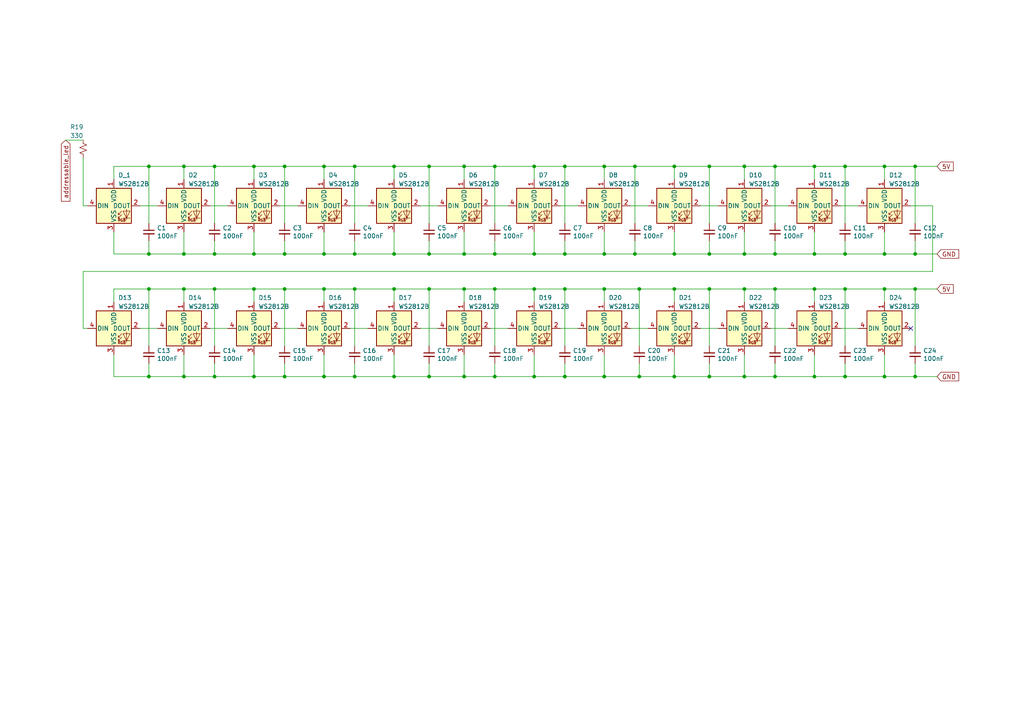
<source format=kicad_sch>
(kicad_sch (version 20211123) (generator eeschema)
  (paper "A4")
  (lib_symbols
    (symbol "Device:C_Small" (pin_numbers hide) (pin_names (offset 0.254) hide)
      (property "Reference" "C" (at 0.254 1.778 0))
      (property "Value" "C_Small" (at 0.254 -2.032 0))
      (symbol "C_Small_0_1"
        (polyline (pts (xy -1.524 -0.508) (xy 1.524 -0.508)) (stroke (width 0.3302)))
        (polyline (pts (xy -1.524 0.508) (xy 1.524 0.508)) (stroke (width 0.3048)))
      )
      (symbol "C_Small_1_1"
        (pin passive line (at 0 2.54 270) (length 2.032) (name "~") (number "1"))
        (pin passive line (at 0 -2.54 90) (length 2.032) (name "~") (number "2"))
      )
    )
    (symbol "Device:R_Small_US" (pin_numbers hide) (pin_names (offset 0.254) hide)
      (property "Reference" "R" (at 0.762 0.508 0))
      (property "Value" "R_Small_US" (at 0.762 -1.016 0))
      (symbol "R_Small_US_1_1"
        (polyline (pts (xy 0 0) (xy 1.016 -0.381) (xy 0 -0.762) (xy -1.016 -1.143) (xy 0 -1.524)))
        (polyline (pts (xy 0 1.524) (xy 1.016 1.143) (xy 0 0.762) (xy -1.016 0.381) (xy 0 0)))
        (pin passive line (at 0 2.54 270) (length 1.016) (name "~") (number "1"))
        (pin passive line (at 0 -2.54 90) (length 1.016) (name "~") (number "2"))
      )
    )
    (symbol "LED:WS2812B" (pin_names (offset 0.254))
      (property "Reference" "D" (at 5.08 5.715 0))
      (property "Value" "WS2812B" (at 1.27 -5.715 0))
      (symbol "WS2812B_0_0"
        (text "RGB" (at 2.286 -4.191 0) (effects (font (size 0.762 0.762))))
      )
      (symbol "WS2812B_0_1"
        (polyline (pts (xy 1.27 -3.556) (xy 1.778 -3.556)))
        (polyline (pts (xy 1.27 -2.54) (xy 1.778 -2.54)))
        (polyline (pts (xy 4.699 -3.556) (xy 2.667 -3.556)))
        (polyline (pts (xy 2.286 -2.54) (xy 1.27 -3.556) (xy 1.27 -3.048)))
        (polyline (pts (xy 2.286 -1.524) (xy 1.27 -2.54) (xy 1.27 -2.032)))
        (polyline (pts (xy 3.683 -1.016) (xy 3.683 -3.556) (xy 3.683 -4.064)))
        (polyline (pts (xy 4.699 -1.524) (xy 2.667 -1.524) (xy 3.683 -3.556) (xy 4.699 -1.524)))
        (rectangle (start 5.08 5.08) (end -5.08 -5.08) (stroke (width 0.254)) (fill (type background)))
      )
      (symbol "WS2812B_1_1"
        (pin power_in line (at 0 7.62 270) (length 2.54) (name "VDD") (number "1"))
        (pin output line (at 7.62 0 180) (length 2.54) (name "DOUT") (number "2"))
        (pin power_in line (at 0 -7.62 90) (length 2.54) (name "VSS") (number "3"))
        (pin input line (at -7.62 0 0) (length 2.54) (name "DIN") (number "4"))
      )
    )
  )
  (junction (at 215.9 83.82))
  (junction (at 205.74 83.82))
  (junction (at 265.43 83.82))
  (junction (at 143.51 73.66))
  (junction (at 43.18 109.22))
  (junction (at 62.23 73.66))
  (junction (at 73.66 83.82))
  (junction (at 224.79 109.22))
  (junction (at 143.51 48.26))
  (junction (at 175.26 83.82))
  (junction (at 175.26 48.26))
  (junction (at 143.51 109.22))
  (junction (at 205.74 109.22))
  (junction (at 114.3 48.26))
  (junction (at 124.46 48.26))
  (junction (at 215.9 48.26))
  (junction (at 256.54 73.66))
  (junction (at 62.23 48.26))
  (junction (at 154.94 73.66))
  (junction (at 124.46 73.66))
  (junction (at 215.9 109.22))
  (junction (at 73.66 73.66))
  (junction (at 185.42 83.82))
  (junction (at 124.46 109.22))
  (junction (at 195.58 73.66))
  (junction (at 102.87 73.66))
  (junction (at 205.74 73.66))
  (junction (at 114.3 83.82))
  (junction (at 236.22 83.82))
  (junction (at 224.79 73.66))
  (junction (at 53.34 48.26))
  (junction (at 154.94 48.26))
  (junction (at 102.87 48.26))
  (junction (at 73.66 109.22))
  (junction (at 53.34 109.22))
  (junction (at 265.43 109.22))
  (junction (at 82.55 48.26))
  (junction (at 143.51 83.82))
  (junction (at 205.74 48.26))
  (junction (at 62.23 109.22))
  (junction (at 93.98 73.66))
  (junction (at 224.79 48.26))
  (junction (at 163.83 48.26))
  (junction (at 195.58 109.22))
  (junction (at 134.62 109.22))
  (junction (at 195.58 48.26))
  (junction (at 53.34 83.82))
  (junction (at 114.3 73.66))
  (junction (at 184.15 48.26))
  (junction (at 154.94 109.22))
  (junction (at 102.87 83.82))
  (junction (at 245.11 73.66))
  (junction (at 53.34 73.66))
  (junction (at 175.26 109.22))
  (junction (at 43.18 83.82))
  (junction (at 93.98 83.82))
  (junction (at 256.54 109.22))
  (junction (at 265.43 48.26))
  (junction (at 93.98 48.26))
  (junction (at 195.58 83.82))
  (junction (at 154.94 83.82))
  (junction (at 265.43 73.66))
  (junction (at 62.23 83.82))
  (junction (at 163.83 83.82))
  (junction (at 184.15 73.66))
  (junction (at 256.54 48.26))
  (junction (at 245.11 48.26))
  (junction (at 43.18 48.26))
  (junction (at 134.62 73.66))
  (junction (at 236.22 73.66))
  (junction (at 124.46 83.82))
  (junction (at 236.22 109.22))
  (junction (at 215.9 73.66))
  (junction (at 163.83 73.66))
  (junction (at 134.62 83.82))
  (junction (at 256.54 83.82))
  (junction (at 43.18 73.66))
  (junction (at 163.83 109.22))
  (junction (at 114.3 109.22))
  (junction (at 82.55 109.22))
  (junction (at 245.11 109.22))
  (junction (at 245.11 83.82))
  (junction (at 102.87 109.22))
  (junction (at 185.42 109.22))
  (junction (at 224.79 83.82))
  (junction (at 82.55 83.82))
  (junction (at 134.62 48.26))
  (junction (at 82.55 73.66))
  (junction (at 236.22 48.26))
  (junction (at 93.98 109.22))
  (junction (at 175.26 73.66))
  (junction (at 73.66 48.26))
  (no_connect (at 264.16 95.25))
  (wire (pts (xy 163.83 109.22) (xy 175.26 109.22)))
  (wire (pts (xy 256.54 83.82) (xy 256.54 87.63)))
  (wire (pts (xy 163.83 105.41) (xy 163.83 109.22)))
  (wire (pts (xy 60.96 95.25) (xy 66.04 95.25)))
  (wire (pts (xy 53.34 87.63) (xy 53.34 83.82)))
  (wire (pts (xy 53.34 52.07) (xy 53.34 48.26)))
  (wire (pts (xy 215.9 109.22) (xy 224.79 109.22)))
  (wire (pts (xy 114.3 52.07) (xy 114.3 48.26)))
  (wire (pts (xy 163.83 100.33) (xy 163.83 83.82)))
  (wire (pts (xy 82.55 100.33) (xy 82.55 83.82)))
  (wire (pts (xy 256.54 48.26) (xy 256.54 52.07)))
  (wire (pts (xy 73.66 52.07) (xy 73.66 48.26)))
  (wire (pts (xy 195.58 83.82) (xy 205.74 83.82)))
  (wire (pts (xy 154.94 109.22) (xy 163.83 109.22)))
  (wire (pts (xy 205.74 64.77) (xy 205.74 48.26)))
  (wire (pts (xy 205.74 109.22) (xy 215.9 109.22)))
  (wire (pts (xy 102.87 48.26) (xy 114.3 48.26)))
  (wire (pts (xy 185.42 109.22) (xy 195.58 109.22)))
  (wire (pts (xy 215.9 67.31) (xy 215.9 73.66)))
  (wire (pts (xy 236.22 67.31) (xy 236.22 73.66)))
  (wire (pts (xy 224.79 83.82) (xy 236.22 83.82)))
  (wire (pts (xy 43.18 48.26) (xy 53.34 48.26)))
  (wire (pts (xy 265.43 64.77) (xy 265.43 48.26)))
  (wire (pts (xy 265.43 69.85) (xy 265.43 73.66)))
  (wire (pts (xy 53.34 67.31) (xy 53.34 73.66)))
  (wire (pts (xy 43.18 64.77) (xy 43.18 48.26)))
  (wire (pts (xy 82.55 73.66) (xy 93.98 73.66)))
  (wire (pts (xy 43.18 69.85) (xy 43.18 73.66)))
  (wire (pts (xy 73.66 102.87) (xy 73.66 109.22)))
  (wire (pts (xy 163.83 69.85) (xy 163.83 73.66)))
  (wire (pts (xy 53.34 83.82) (xy 62.23 83.82)))
  (wire (pts (xy 215.9 87.63) (xy 215.9 83.82)))
  (wire (pts (xy 121.92 59.69) (xy 127 59.69)))
  (wire (pts (xy 185.42 100.33) (xy 185.42 83.82)))
  (wire (pts (xy 205.74 105.41) (xy 205.74 109.22)))
  (wire (pts (xy 236.22 48.26) (xy 245.11 48.26)))
  (wire (pts (xy 53.34 109.22) (xy 62.23 109.22)))
  (wire (pts (xy 270.51 59.69) (xy 270.51 78.74)))
  (wire (pts (xy 205.74 69.85) (xy 205.74 73.66)))
  (wire (pts (xy 60.96 59.69) (xy 66.04 59.69)))
  (wire (pts (xy 162.56 95.25) (xy 167.64 95.25)))
  (wire (pts (xy 224.79 48.26) (xy 236.22 48.26)))
  (wire (pts (xy 93.98 87.63) (xy 93.98 83.82)))
  (wire (pts (xy 185.42 83.82) (xy 195.58 83.82)))
  (wire (pts (xy 215.9 73.66) (xy 224.79 73.66)))
  (wire (pts (xy 215.9 102.87) (xy 215.9 109.22)))
  (wire (pts (xy 33.02 52.07) (xy 33.02 48.26)))
  (wire (pts (xy 256.54 109.22) (xy 265.43 109.22)))
  (wire (pts (xy 205.74 48.26) (xy 215.9 48.26)))
  (wire (pts (xy 256.54 48.26) (xy 265.43 48.26)))
  (wire (pts (xy 19.05 40.64) (xy 24.13 40.64)))
  (wire (pts (xy 223.52 95.25) (xy 228.6 95.25)))
  (wire (pts (xy 43.18 109.22) (xy 53.34 109.22)))
  (wire (pts (xy 62.23 64.77) (xy 62.23 48.26)))
  (wire (pts (xy 134.62 73.66) (xy 143.51 73.66)))
  (wire (pts (xy 93.98 48.26) (xy 102.87 48.26)))
  (wire (pts (xy 256.54 73.66) (xy 256.54 67.31)))
  (wire (pts (xy 143.51 83.82) (xy 154.94 83.82)))
  (wire (pts (xy 40.64 59.69) (xy 45.72 59.69)))
  (wire (pts (xy 114.3 48.26) (xy 124.46 48.26)))
  (wire (pts (xy 184.15 73.66) (xy 195.58 73.66)))
  (wire (pts (xy 175.26 73.66) (xy 184.15 73.66)))
  (wire (pts (xy 185.42 105.41) (xy 185.42 109.22)))
  (wire (pts (xy 81.28 59.69) (xy 86.36 59.69)))
  (wire (pts (xy 53.34 73.66) (xy 62.23 73.66)))
  (wire (pts (xy 264.16 59.69) (xy 270.51 59.69)))
  (wire (pts (xy 82.55 105.41) (xy 82.55 109.22)))
  (wire (pts (xy 175.26 48.26) (xy 184.15 48.26)))
  (wire (pts (xy 102.87 73.66) (xy 114.3 73.66)))
  (wire (pts (xy 236.22 52.07) (xy 236.22 48.26)))
  (wire (pts (xy 143.51 109.22) (xy 154.94 109.22)))
  (wire (pts (xy 43.18 83.82) (xy 53.34 83.82)))
  (wire (pts (xy 73.66 109.22) (xy 82.55 109.22)))
  (wire (pts (xy 195.58 73.66) (xy 205.74 73.66)))
  (wire (pts (xy 224.79 64.77) (xy 224.79 48.26)))
  (wire (pts (xy 62.23 109.22) (xy 73.66 109.22)))
  (wire (pts (xy 195.58 52.07) (xy 195.58 48.26)))
  (wire (pts (xy 265.43 73.66) (xy 271.78 73.66)))
  (wire (pts (xy 142.24 59.69) (xy 147.32 59.69)))
  (wire (pts (xy 73.66 73.66) (xy 82.55 73.66)))
  (wire (pts (xy 236.22 73.66) (xy 245.11 73.66)))
  (wire (pts (xy 114.3 109.22) (xy 124.46 109.22)))
  (wire (pts (xy 114.3 87.63) (xy 114.3 83.82)))
  (wire (pts (xy 245.11 64.77) (xy 245.11 48.26)))
  (wire (pts (xy 102.87 64.77) (xy 102.87 48.26)))
  (wire (pts (xy 154.94 48.26) (xy 163.83 48.26)))
  (wire (pts (xy 114.3 83.82) (xy 124.46 83.82)))
  (wire (pts (xy 245.11 48.26) (xy 256.54 48.26)))
  (wire (pts (xy 24.13 59.69) (xy 25.4 59.69)))
  (wire (pts (xy 236.22 109.22) (xy 245.11 109.22)))
  (wire (pts (xy 82.55 69.85) (xy 82.55 73.66)))
  (wire (pts (xy 124.46 48.26) (xy 134.62 48.26)))
  (wire (pts (xy 154.94 67.31) (xy 154.94 73.66)))
  (wire (pts (xy 175.26 83.82) (xy 185.42 83.82)))
  (wire (pts (xy 162.56 59.69) (xy 167.64 59.69)))
  (wire (pts (xy 24.13 78.74) (xy 24.13 95.25)))
  (wire (pts (xy 33.02 109.22) (xy 43.18 109.22)))
  (wire (pts (xy 143.51 69.85) (xy 143.51 73.66)))
  (wire (pts (xy 236.22 87.63) (xy 236.22 83.82)))
  (wire (pts (xy 114.3 67.31) (xy 114.3 73.66)))
  (wire (pts (xy 143.51 64.77) (xy 143.51 48.26)))
  (wire (pts (xy 134.62 67.31) (xy 134.62 73.66)))
  (wire (pts (xy 154.94 83.82) (xy 163.83 83.82)))
  (wire (pts (xy 93.98 73.66) (xy 102.87 73.66)))
  (wire (pts (xy 102.87 100.33) (xy 102.87 83.82)))
  (wire (pts (xy 24.13 45.72) (xy 24.13 59.69)))
  (wire (pts (xy 142.24 95.25) (xy 147.32 95.25)))
  (wire (pts (xy 40.64 95.25) (xy 45.72 95.25)))
  (wire (pts (xy 256.54 83.82) (xy 265.43 83.82)))
  (wire (pts (xy 62.23 73.66) (xy 73.66 73.66)))
  (wire (pts (xy 182.88 95.25) (xy 187.96 95.25)))
  (wire (pts (xy 163.83 83.82) (xy 175.26 83.82)))
  (wire (pts (xy 124.46 69.85) (xy 124.46 73.66)))
  (wire (pts (xy 175.26 102.87) (xy 175.26 109.22)))
  (wire (pts (xy 215.9 48.26) (xy 224.79 48.26)))
  (wire (pts (xy 236.22 83.82) (xy 245.11 83.82)))
  (wire (pts (xy 114.3 102.87) (xy 114.3 109.22)))
  (wire (pts (xy 195.58 67.31) (xy 195.58 73.66)))
  (wire (pts (xy 102.87 69.85) (xy 102.87 73.66)))
  (wire (pts (xy 143.51 100.33) (xy 143.51 83.82)))
  (wire (pts (xy 163.83 73.66) (xy 175.26 73.66)))
  (wire (pts (xy 134.62 87.63) (xy 134.62 83.82)))
  (wire (pts (xy 195.58 48.26) (xy 205.74 48.26)))
  (wire (pts (xy 236.22 102.87) (xy 236.22 109.22)))
  (wire (pts (xy 143.51 73.66) (xy 154.94 73.66)))
  (wire (pts (xy 102.87 109.22) (xy 114.3 109.22)))
  (wire (pts (xy 124.46 109.22) (xy 134.62 109.22)))
  (wire (pts (xy 243.84 59.69) (xy 248.92 59.69)))
  (wire (pts (xy 175.26 67.31) (xy 175.26 73.66)))
  (wire (pts (xy 154.94 52.07) (xy 154.94 48.26)))
  (wire (pts (xy 245.11 109.22) (xy 256.54 109.22)))
  (wire (pts (xy 102.87 83.82) (xy 114.3 83.82)))
  (wire (pts (xy 224.79 69.85) (xy 224.79 73.66)))
  (wire (pts (xy 205.74 73.66) (xy 215.9 73.66)))
  (wire (pts (xy 134.62 83.82) (xy 143.51 83.82)))
  (wire (pts (xy 203.2 59.69) (xy 208.28 59.69)))
  (wire (pts (xy 224.79 109.22) (xy 236.22 109.22)))
  (wire (pts (xy 154.94 73.66) (xy 163.83 73.66)))
  (wire (pts (xy 93.98 67.31) (xy 93.98 73.66)))
  (wire (pts (xy 205.74 100.33) (xy 205.74 83.82)))
  (wire (pts (xy 265.43 83.82) (xy 271.78 83.82)))
  (wire (pts (xy 184.15 48.26) (xy 195.58 48.26)))
  (wire (pts (xy 245.11 73.66) (xy 256.54 73.66)))
  (wire (pts (xy 265.43 105.41) (xy 265.43 109.22)))
  (wire (pts (xy 73.66 83.82) (xy 82.55 83.82)))
  (wire (pts (xy 163.83 48.26) (xy 175.26 48.26)))
  (wire (pts (xy 175.26 52.07) (xy 175.26 48.26)))
  (wire (pts (xy 81.28 95.25) (xy 86.36 95.25)))
  (wire (pts (xy 33.02 87.63) (xy 33.02 83.82)))
  (wire (pts (xy 33.02 102.87) (xy 33.02 109.22)))
  (wire (pts (xy 195.58 102.87) (xy 195.58 109.22)))
  (wire (pts (xy 224.79 100.33) (xy 224.79 83.82)))
  (wire (pts (xy 175.26 87.63) (xy 175.26 83.82)))
  (wire (pts (xy 215.9 52.07) (xy 215.9 48.26)))
  (wire (pts (xy 203.2 95.25) (xy 208.28 95.25)))
  (wire (pts (xy 224.79 73.66) (xy 236.22 73.66)))
  (wire (pts (xy 53.34 48.26) (xy 62.23 48.26)))
  (wire (pts (xy 205.74 83.82) (xy 215.9 83.82)))
  (wire (pts (xy 101.6 59.69) (xy 106.68 59.69)))
  (wire (pts (xy 143.51 105.41) (xy 143.51 109.22)))
  (wire (pts (xy 245.11 105.41) (xy 245.11 109.22)))
  (wire (pts (xy 195.58 87.63) (xy 195.58 83.82)))
  (wire (pts (xy 224.79 105.41) (xy 224.79 109.22)))
  (wire (pts (xy 134.62 102.87) (xy 134.62 109.22)))
  (wire (pts (xy 82.55 64.77) (xy 82.55 48.26)))
  (wire (pts (xy 43.18 73.66) (xy 53.34 73.66)))
  (wire (pts (xy 73.66 67.31) (xy 73.66 73.66)))
  (wire (pts (xy 124.46 105.41) (xy 124.46 109.22)))
  (wire (pts (xy 62.23 105.41) (xy 62.23 109.22)))
  (wire (pts (xy 33.02 48.26) (xy 43.18 48.26)))
  (wire (pts (xy 62.23 83.82) (xy 73.66 83.82)))
  (wire (pts (xy 33.02 83.82) (xy 43.18 83.82)))
  (wire (pts (xy 265.43 100.33) (xy 265.43 83.82)))
  (wire (pts (xy 124.46 73.66) (xy 134.62 73.66)))
  (wire (pts (xy 184.15 69.85) (xy 184.15 73.66)))
  (wire (pts (xy 124.46 83.82) (xy 134.62 83.82)))
  (wire (pts (xy 265.43 109.22) (xy 271.78 109.22)))
  (wire (pts (xy 82.55 48.26) (xy 93.98 48.26)))
  (wire (pts (xy 256.54 73.66) (xy 265.43 73.66)))
  (wire (pts (xy 62.23 48.26) (xy 73.66 48.26)))
  (wire (pts (xy 195.58 109.22) (xy 205.74 109.22)))
  (wire (pts (xy 101.6 95.25) (xy 106.68 95.25)))
  (wire (pts (xy 245.11 83.82) (xy 256.54 83.82)))
  (wire (pts (xy 154.94 87.63) (xy 154.94 83.82)))
  (wire (pts (xy 143.51 48.26) (xy 154.94 48.26)))
  (wire (pts (xy 175.26 109.22) (xy 185.42 109.22)))
  (wire (pts (xy 102.87 105.41) (xy 102.87 109.22)))
  (wire (pts (xy 53.34 102.87) (xy 53.34 109.22)))
  (wire (pts (xy 245.11 69.85) (xy 245.11 73.66)))
  (wire (pts (xy 62.23 69.85) (xy 62.23 73.66)))
  (wire (pts (xy 182.88 59.69) (xy 187.96 59.69)))
  (wire (pts (xy 184.15 64.77) (xy 184.15 48.26)))
  (wire (pts (xy 33.02 67.31) (xy 33.02 73.66)))
  (wire (pts (xy 134.62 48.26) (xy 143.51 48.26)))
  (wire (pts (xy 270.51 78.74) (xy 24.13 78.74)))
  (wire (pts (xy 265.43 48.26) (xy 271.78 48.26)))
  (wire (pts (xy 93.98 83.82) (xy 102.87 83.82)))
  (wire (pts (xy 93.98 102.87) (xy 93.98 109.22)))
  (wire (pts (xy 33.02 73.66) (xy 43.18 73.66)))
  (wire (pts (xy 154.94 102.87) (xy 154.94 109.22)))
  (wire (pts (xy 82.55 83.82) (xy 93.98 83.82)))
  (wire (pts (xy 73.66 48.26) (xy 82.55 48.26)))
  (wire (pts (xy 124.46 100.33) (xy 124.46 83.82)))
  (wire (pts (xy 93.98 52.07) (xy 93.98 48.26)))
  (wire (pts (xy 93.98 109.22) (xy 102.87 109.22)))
  (wire (pts (xy 223.52 59.69) (xy 228.6 59.69)))
  (wire (pts (xy 215.9 83.82) (xy 224.79 83.82)))
  (wire (pts (xy 243.84 95.25) (xy 248.92 95.25)))
  (wire (pts (xy 134.62 109.22) (xy 143.51 109.22)))
  (wire (pts (xy 134.62 52.07) (xy 134.62 48.26)))
  (wire (pts (xy 73.66 87.63) (xy 73.66 83.82)))
  (wire (pts (xy 62.23 100.33) (xy 62.23 83.82)))
  (wire (pts (xy 114.3 73.66) (xy 124.46 73.66)))
  (wire (pts (xy 124.46 64.77) (xy 124.46 48.26)))
  (wire (pts (xy 82.55 109.22) (xy 93.98 109.22)))
  (wire (pts (xy 256.54 109.22) (xy 256.54 102.87)))
  (wire (pts (xy 24.13 95.25) (xy 25.4 95.25)))
  (wire (pts (xy 163.83 64.77) (xy 163.83 48.26)))
  (wire (pts (xy 43.18 105.41) (xy 43.18 109.22)))
  (wire (pts (xy 43.18 100.33) (xy 43.18 83.82)))
  (wire (pts (xy 245.11 100.33) (xy 245.11 83.82)))
  (wire (pts (xy 121.92 95.25) (xy 127 95.25)))
  (global_label "5V" (shape input) (at 271.78 48.26 0) (property "Intersheet References" "${INTERSHEET_REFS}" (effects hide)))
  (global_label "addressable_led" (shape input) (at 19.05 40.64 270) (property "Intersheet References" "${INTERSHEET_REFS}" (effects hide)))
  (global_label "5V" (shape input) (at 271.78 83.82 0) (property "Intersheet References" "${INTERSHEET_REFS}" (effects hide)))
  (global_label "GND" (shape input) (at 271.78 109.22 0) (property "Intersheet References" "${INTERSHEET_REFS}" (effects hide)))
  (global_label "GND" (shape input) (at 271.78 73.66 0) (property "Intersheet References" "${INTERSHEET_REFS}" (effects hide)))
  (symbol (lib_id "LED:WS2812B") (at 33.02 95.25 0) (unit 1)
    (property "Reference" "D13" (at 34.29 86.36 0) (effects (justify left)))
    (property "Value" "WS2812B" (at 34.29 88.9 0) (effects (justify left)))
    (property "Footprint" "LED_SMD:WS2812B-mini-V3-2" (effects hide))
    (property "Datasheet" "https://www.tme.eu/Document/01c0100fee68667af99767edc3a7fee2/WS2812B-MINI.pdf" (effects hide))
    (property "LCSC Part Number" "C114583" (effects hide))
    (property "LCSC" "C114583" (effects hide))
    (property "LCSC Part #" "C114583" (effects hide))
    (property "LCSC Part" "C527089" (effects hide))
  )
  (symbol (lib_id "LED:WS2812B") (at 53.34 95.25 0) (unit 1)
    (property "Reference" "D14" (at 54.61 86.36 0) (effects (justify left)))
    (property "Value" "WS2812B" (at 54.61 88.9 0) (effects (justify left)))
    (property "Footprint" "LED_SMD:WS2812B-mini-V3-2" (effects hide))
    (property "Datasheet" "https://www.tme.eu/Document/01c0100fee68667af99767edc3a7fee2/WS2812B-MINI.pdf" (effects hide))
    (property "LCSC Part Number" "C114583" (effects hide))
    (property "LCSC" "C114583" (effects hide))
    (property "LCSC Part #" "C114583" (effects hide))
    (property "LCSC Part" "C527089" (effects hide))
  )
  (symbol (lib_id "LED:WS2812B") (at 73.66 95.25 0) (unit 1)
    (property "Reference" "D15" (at 74.93 86.36 0) (effects (justify left)))
    (property "Value" "WS2812B" (at 74.93 88.9 0) (effects (justify left)))
    (property "Footprint" "LED_SMD:WS2812B-mini-V3-2" (effects hide))
    (property "Datasheet" "https://www.tme.eu/Document/01c0100fee68667af99767edc3a7fee2/WS2812B-MINI.pdf" (effects hide))
    (property "LCSC Part Number" "C114583" (effects hide))
    (property "LCSC" "C114583" (effects hide))
    (property "LCSC Part #" "C114583" (effects hide))
    (property "LCSC Part" "C527089" (effects hide))
  )
  (symbol (lib_id "LED:WS2812B") (at 93.98 95.25 0) (unit 1)
    (property "Reference" "D16" (at 95.25 86.36 0) (effects (justify left)))
    (property "Value" "WS2812B" (at 95.25 88.9 0) (effects (justify left)))
    (property "Footprint" "LED_SMD:WS2812B-mini-V3-2" (effects hide))
    (property "Datasheet" "https://www.tme.eu/Document/01c0100fee68667af99767edc3a7fee2/WS2812B-MINI.pdf" (effects hide))
    (property "LCSC Part Number" "C114583" (effects hide))
    (property "LCSC" "C114583" (effects hide))
    (property "LCSC Part #" "C114583" (effects hide))
    (property "LCSC Part" "C527089" (effects hide))
  )
  (symbol (lib_id "LED:WS2812B") (at 114.3 95.25 0) (unit 1)
    (property "Reference" "D17" (at 115.57 86.36 0) (effects (justify left)))
    (property "Value" "WS2812B" (at 115.57 88.9 0) (effects (justify left)))
    (property "Footprint" "LED_SMD:WS2812B-mini-V3-2" (effects hide))
    (property "Datasheet" "https://www.tme.eu/Document/01c0100fee68667af99767edc3a7fee2/WS2812B-MINI.pdf" (effects hide))
    (property "LCSC Part Number" "C114583" (effects hide))
    (property "LCSC" "C114583" (effects hide))
    (property "LCSC Part #" "C114583" (effects hide))
    (property "LCSC Part" "C527089" (effects hide))
  )
  (symbol (lib_id "LED:WS2812B") (at 134.62 95.25 0) (unit 1)
    (property "Reference" "D18" (at 135.89 86.36 0) (effects (justify left)))
    (property "Value" "WS2812B" (at 135.89 88.9 0) (effects (justify left)))
    (property "Footprint" "LED_SMD:WS2812B-mini-V3-2" (effects hide))
    (property "Datasheet" "https://www.tme.eu/Document/01c0100fee68667af99767edc3a7fee2/WS2812B-MINI.pdf" (effects hide))
    (property "LCSC Part Number" "C114583" (effects hide))
    (property "LCSC" "C114583" (effects hide))
    (property "LCSC Part #" "C114583" (effects hide))
    (property "LCSC Part" "C527089" (effects hide))
  )
  (symbol (lib_id "LED:WS2812B") (at 154.94 95.25 0) (unit 1)
    (property "Reference" "D19" (at 156.21 86.36 0) (effects (justify left)))
    (property "Value" "WS2812B" (at 156.21 88.9 0) (effects (justify left)))
    (property "Footprint" "LED_SMD:WS2812B-mini-V3-2" (effects hide))
    (property "Datasheet" "https://www.tme.eu/Document/01c0100fee68667af99767edc3a7fee2/WS2812B-MINI.pdf" (effects hide))
    (property "LCSC Part Number" "C114583" (effects hide))
    (property "LCSC" "C114583" (effects hide))
    (property "LCSC Part #" "C114583" (effects hide))
    (property "LCSC Part" "C527089" (effects hide))
  )
  (symbol (lib_id "LED:WS2812B") (at 175.26 95.25 0) (unit 1)
    (property "Reference" "D20" (at 176.53 86.36 0) (effects (justify left)))
    (property "Value" "WS2812B" (at 176.53 88.9 0) (effects (justify left)))
    (property "Footprint" "LED_SMD:WS2812B-mini-V3-2" (effects hide))
    (property "Datasheet" "https://www.tme.eu/Document/01c0100fee68667af99767edc3a7fee2/WS2812B-MINI.pdf" (effects hide))
    (property "LCSC Part Number" "C114583" (effects hide))
    (property "LCSC" "C114583" (effects hide))
    (property "LCSC Part #" "C114583" (effects hide))
    (property "LCSC Part" "C527089" (effects hide))
  )
  (symbol (lib_id "LED:WS2812B") (at 195.58 95.25 0) (unit 1)
    (property "Reference" "D21" (at 196.85 86.36 0) (effects (justify left)))
    (property "Value" "WS2812B" (at 196.85 88.9 0) (effects (justify left)))
    (property "Footprint" "LED_SMD:WS2812B-mini-V3-2" (effects hide))
    (property "Datasheet" "https://www.tme.eu/Document/01c0100fee68667af99767edc3a7fee2/WS2812B-MINI.pdf" (effects hide))
    (property "LCSC Part Number" "C114583" (effects hide))
    (property "LCSC" "C114583" (effects hide))
    (property "LCSC Part #" "C114583" (effects hide))
    (property "LCSC Part" "C527089" (effects hide))
  )
  (symbol (lib_id "LED:WS2812B") (at 215.9 95.25 0) (unit 1)
    (property "Reference" "D22" (at 217.17 86.36 0) (effects (justify left)))
    (property "Value" "WS2812B" (at 217.17 88.9 0) (effects (justify left)))
    (property "Footprint" "LED_SMD:WS2812B-mini-V3-2" (effects hide))
    (property "Datasheet" "https://www.tme.eu/Document/01c0100fee68667af99767edc3a7fee2/WS2812B-MINI.pdf" (effects hide))
    (property "LCSC Part Number" "C114583" (effects hide))
    (property "LCSC" "C114583" (effects hide))
    (property "LCSC Part #" "C114583" (effects hide))
    (property "LCSC Part" "C527089" (effects hide))
  )
  (symbol (lib_id "LED:WS2812B") (at 236.22 95.25 0) (unit 1)
    (property "Reference" "D23" (at 237.49 86.36 0) (effects (justify left)))
    (property "Value" "WS2812B" (at 237.49 88.9 0) (effects (justify left)))
    (property "Footprint" "LED_SMD:WS2812B-mini-V3-2" (effects hide))
    (property "Datasheet" "https://www.tme.eu/Document/01c0100fee68667af99767edc3a7fee2/WS2812B-MINI.pdf" (effects hide))
    (property "LCSC Part Number" "C114583" (effects hide))
    (property "LCSC" "C114583" (effects hide))
    (property "LCSC Part #" "C114583" (effects hide))
    (property "LCSC Part" "C527089" (effects hide))
  )
  (symbol (lib_id "LED:WS2812B") (at 256.54 95.25 0) (unit 1)
    (property "Reference" "D24" (at 257.81 86.36 0) (effects (justify left)))
    (property "Value" "WS2812B" (at 257.81 88.9 0) (effects (justify left)))
    (property "Footprint" "LED_SMD:WS2812B-mini-V3-2" (effects hide))
    (property "Datasheet" "https://www.tme.eu/Document/01c0100fee68667af99767edc3a7fee2/WS2812B-MINI.pdf" (effects hide))
    (property "LCSC Part Number" "C114583" (effects hide))
    (property "LCSC" "C114583" (effects hide))
    (property "LCSC Part #" "C114583" (effects hide))
    (property "LCSC Part" "C527089" (effects hide))
  )
  (symbol (lib_id "Device:C_Small") (at 43.18 102.87 0) (unit 1)
    (property "Reference" "C13" (at 45.5168 101.7016 0) (effects (justify left)))
    (property "Value" "100nF" (at 45.5168 104.013 0) (effects (justify left)))
    (property "Footprint" "Capacitor_SMD:C_0603_1608Metric" (effects hide))
    (property "LCSC Part Number" "C14663" (effects hide))
    (property "LCSC" "C14663" (effects hide))
    (property "LCSC Part #" "C14663" (effects hide))
    (property "LCSC Part" "C14663" (effects hide))
  )
  (symbol (lib_id "Device:C_Small") (at 62.23 102.87 0) (unit 1)
    (property "Reference" "C14" (at 64.5668 101.7016 0) (effects (justify left)))
    (property "Value" "100nF" (at 64.5668 104.013 0) (effects (justify left)))
    (property "Footprint" "Capacitor_SMD:C_0603_1608Metric" (effects hide))
    (property "LCSC Part Number" "C14663" (effects hide))
    (property "LCSC" "C14663" (effects hide))
    (property "LCSC Part #" "C14663" (effects hide))
    (property "LCSC Part" "C14663" (effects hide))
  )
  (symbol (lib_id "Device:C_Small") (at 82.55 102.87 0) (unit 1)
    (property "Reference" "C15" (at 84.8868 101.7016 0) (effects (justify left)))
    (property "Value" "100nF" (at 84.8868 104.013 0) (effects (justify left)))
    (property "Footprint" "Capacitor_SMD:C_0603_1608Metric" (effects hide))
    (property "LCSC Part Number" "C14663" (effects hide))
    (property "LCSC" "C14663" (effects hide))
    (property "LCSC Part #" "C14663" (effects hide))
    (property "LCSC Part" "C14663" (effects hide))
  )
  (symbol (lib_id "Device:C_Small") (at 102.87 102.87 0) (unit 1)
    (property "Reference" "C16" (at 105.2068 101.7016 0) (effects (justify left)))
    (property "Value" "100nF" (at 105.2068 104.013 0) (effects (justify left)))
    (property "Footprint" "Capacitor_SMD:C_0603_1608Metric" (effects hide))
    (property "LCSC Part Number" "C14663" (effects hide))
    (property "LCSC" "C14663" (effects hide))
    (property "LCSC Part #" "C14663" (effects hide))
    (property "LCSC Part" "C14663" (effects hide))
  )
  (symbol (lib_id "Device:C_Small") (at 124.46 102.87 0) (unit 1)
    (property "Reference" "C17" (at 126.7968 101.7016 0) (effects (justify left)))
    (property "Value" "100nF" (at 126.7968 104.013 0) (effects (justify left)))
    (property "Footprint" "Capacitor_SMD:C_0603_1608Metric" (effects hide))
    (property "LCSC Part Number" "C14663" (effects hide))
    (property "LCSC" "C14663" (effects hide))
    (property "LCSC Part #" "C14663" (effects hide))
    (property "LCSC Part" "C14663" (effects hide))
  )
  (symbol (lib_id "Device:C_Small") (at 143.51 102.87 0) (unit 1)
    (property "Reference" "C18" (at 145.8468 101.7016 0) (effects (justify left)))
    (property "Value" "100nF" (at 145.8468 104.013 0) (effects (justify left)))
    (property "Footprint" "Capacitor_SMD:C_0603_1608Metric" (effects hide))
    (property "LCSC Part Number" "C14663" (effects hide))
    (property "LCSC" "C14663" (effects hide))
    (property "LCSC Part #" "C14663" (effects hide))
    (property "LCSC Part" "C14663" (effects hide))
  )
  (symbol (lib_id "Device:C_Small") (at 163.83 102.87 0) (unit 1)
    (property "Reference" "C19" (at 166.1668 101.7016 0) (effects (justify left)))
    (property "Value" "100nF" (at 166.1668 104.013 0) (effects (justify left)))
    (property "Footprint" "Capacitor_SMD:C_0603_1608Metric" (effects hide))
    (property "LCSC Part Number" "C14663" (effects hide))
    (property "LCSC" "C14663" (effects hide))
    (property "LCSC Part #" "C14663" (effects hide))
    (property "LCSC Part" "C14663" (effects hide))
  )
  (symbol (lib_id "Device:C_Small") (at 185.42 102.87 0) (unit 1)
    (property "Reference" "C20" (at 187.7568 101.7016 0) (effects (justify left)))
    (property "Value" "100nF" (at 187.7568 104.013 0) (effects (justify left)))
    (property "Footprint" "Capacitor_SMD:C_0603_1608Metric" (effects hide))
    (property "LCSC Part Number" "C14663" (effects hide))
    (property "LCSC" "C14663" (effects hide))
    (property "LCSC Part #" "C14663" (effects hide))
    (property "LCSC Part" "C14663" (effects hide))
  )
  (symbol (lib_id "Device:C_Small") (at 205.74 102.87 0) (unit 1)
    (property "Reference" "C21" (at 208.0768 101.7016 0) (effects (justify left)))
    (property "Value" "100nF" (at 208.0768 104.013 0) (effects (justify left)))
    (property "Footprint" "Capacitor_SMD:C_0603_1608Metric" (effects hide))
    (property "LCSC Part Number" "C14663" (effects hide))
    (property "LCSC" "C14663" (effects hide))
    (property "LCSC Part #" "C14663" (effects hide))
    (property "LCSC Part" "C14663" (effects hide))
  )
  (symbol (lib_id "Device:C_Small") (at 224.79 102.87 0) (unit 1)
    (property "Reference" "C22" (at 227.1268 101.7016 0) (effects (justify left)))
    (property "Value" "100nF" (at 227.1268 104.013 0) (effects (justify left)))
    (property "Footprint" "Capacitor_SMD:C_0603_1608Metric" (effects hide))
    (property "LCSC Part Number" "C14663" (effects hide))
    (property "LCSC" "C14663" (effects hide))
    (property "LCSC Part #" "C14663" (effects hide))
    (property "LCSC Part" "C14663" (effects hide))
  )
  (symbol (lib_id "Device:C_Small") (at 245.11 102.87 0) (unit 1)
    (property "Reference" "C23" (at 247.4468 101.7016 0) (effects (justify left)))
    (property "Value" "100nF" (at 247.4468 104.013 0) (effects (justify left)))
    (property "Footprint" "Capacitor_SMD:C_0603_1608Metric" (effects hide))
    (property "LCSC Part Number" "C14663" (effects hide))
    (property "LCSC" "C14663" (effects hide))
    (property "LCSC Part #" "C14663" (effects hide))
    (property "LCSC Part" "C14663" (effects hide))
  )
  (symbol (lib_id "Device:C_Small") (at 265.43 102.87 0) (unit 1)
    (property "Reference" "C24" (at 267.7668 101.7016 0) (effects (justify left)))
    (property "Value" "100nF" (at 267.7668 104.013 0) (effects (justify left)))
    (property "Footprint" "Capacitor_SMD:C_0603_1608Metric" (effects hide))
    (property "LCSC Part Number" "C14663" (effects hide))
    (property "LCSC" "C14663" (effects hide))
    (property "LCSC Part #" "C14663" (effects hide))
    (property "LCSC Part" "C14663" (effects hide))
  )
  (symbol (lib_id "Device:R_Small_US") (at 24.13 43.18 0) (unit 1)
    (property "Reference" "R19" (at 20.32 36.83 0) (effects (justify left)))
    (property "Value" "330" (at 20.32 39.37 0) (effects (justify left)))
    (property "Footprint" "Resistor_SMD:R_0603_1608Metric" (effects hide))
    (property "LCSC Part Number" "C23138" (effects hide))
    (property "LCSC" "C23138" (effects hide))
    (property "LCSC Part #" "C23138" (effects hide))
    (property "LCSC Part" "C23138" (effects hide))
  )
  (symbol (lib_id "LED:WS2812B") (at 33.02 59.69 0) (unit 1)
    (property "Reference" "D_1" (at 34.29 50.8 0) (effects (justify left)))
    (property "Value" "WS2812B" (at 34.29 53.34 0) (effects (justify left)))
    (property "Footprint" "LED_SMD:WS2812B-mini-V3" (effects hide))
    (property "Datasheet" "https://www.tme.eu/Document/01c0100fee68667af99767edc3a7fee2/WS2812B-MINI.pdf" (effects hide))
    (property "LCSC Part Number" "C114583" (effects hide))
    (property "LCSC" "C114583" (effects hide))
    (property "LCSC Part #" "C114583" (effects hide))
    (property "LCSC Part" "C527089" (effects hide))
  )
  (symbol (lib_id "LED:WS2812B") (at 53.34 59.69 0) (unit 1)
    (property "Reference" "D2" (at 54.61 50.8 0) (effects (justify left)))
    (property "Value" "WS2812B" (at 54.61 53.34 0) (effects (justify left)))
    (property "Footprint" "LED_SMD:WS2812B-mini-V3-2" (effects hide))
    (property "Datasheet" "https://www.tme.eu/Document/01c0100fee68667af99767edc3a7fee2/WS2812B-MINI.pdf" (effects hide))
    (property "LCSC Part Number" "C114583" (effects hide))
    (property "LCSC" "C114583" (effects hide))
    (property "LCSC Part #" "C114583" (effects hide))
    (property "LCSC Part" "C527089" (effects hide))
  )
  (symbol (lib_id "LED:WS2812B") (at 73.66 59.69 0) (unit 1)
    (property "Reference" "D3" (at 74.93 50.8 0) (effects (justify left)))
    (property "Value" "WS2812B" (at 74.93 53.34 0) (effects (justify left)))
    (property "Footprint" "LED_SMD:WS2812B-mini-V3-2" (effects hide))
    (property "Datasheet" "https://www.tme.eu/Document/01c0100fee68667af99767edc3a7fee2/WS2812B-MINI.pdf" (effects hide))
    (property "LCSC Part Number" "C114583" (effects hide))
    (property "LCSC" "C114583" (effects hide))
    (property "LCSC Part #" "C114583" (effects hide))
    (property "LCSC Part" "C527089" (effects hide))
  )
  (symbol (lib_id "LED:WS2812B") (at 93.98 59.69 0) (unit 1)
    (property "Reference" "D4" (at 95.25 50.8 0) (effects (justify left)))
    (property "Value" "WS2812B" (at 95.25 53.34 0) (effects (justify left)))
    (property "Footprint" "LED_SMD:WS2812B-mini-V3-2" (effects hide))
    (property "Datasheet" "https://www.tme.eu/Document/01c0100fee68667af99767edc3a7fee2/WS2812B-MINI.pdf" (effects hide))
    (property "LCSC Part Number" "C114583" (effects hide))
    (property "LCSC" "C114583" (effects hide))
    (property "LCSC Part #" "C114583" (effects hide))
    (property "LCSC Part" "C527089" (effects hide))
  )
  (symbol (lib_id "LED:WS2812B") (at 114.3 59.69 0) (unit 1)
    (property "Reference" "D5" (at 115.57 50.8 0) (effects (justify left)))
    (property "Value" "WS2812B" (at 115.57 53.34 0) (effects (justify left)))
    (property "Footprint" "LED_SMD:WS2812B-mini-V3-2" (effects hide))
    (property "Datasheet" "https://www.tme.eu/Document/01c0100fee68667af99767edc3a7fee2/WS2812B-MINI.pdf" (effects hide))
    (property "LCSC Part Number" "C114583" (effects hide))
    (property "LCSC" "C114583" (effects hide))
    (property "LCSC Part #" "C114583" (effects hide))
    (property "LCSC Part" "C527089" (effects hide))
  )
  (symbol (lib_id "LED:WS2812B") (at 134.62 59.69 0) (unit 1)
    (property "Reference" "D6" (at 135.89 50.8 0) (effects (justify left)))
    (property "Value" "WS2812B" (at 135.89 53.34 0) (effects (justify left)))
    (property "Footprint" "LED_SMD:WS2812B-mini-V3-2" (effects hide))
    (property "Datasheet" "https://www.tme.eu/Document/01c0100fee68667af99767edc3a7fee2/WS2812B-MINI.pdf" (effects hide))
    (property "LCSC Part Number" "C114583" (effects hide))
    (property "LCSC" "C114583" (effects hide))
    (property "LCSC Part #" "C114583" (effects hide))
    (property "LCSC Part" "C527089" (effects hide))
  )
  (symbol (lib_id "LED:WS2812B") (at 154.94 59.69 0) (unit 1)
    (property "Reference" "D7" (at 156.21 50.8 0) (effects (justify left)))
    (property "Value" "WS2812B" (at 156.21 53.34 0) (effects (justify left)))
    (property "Footprint" "LED_SMD:WS2812B-mini-V3-2" (effects hide))
    (property "Datasheet" "https://www.tme.eu/Document/01c0100fee68667af99767edc3a7fee2/WS2812B-MINI.pdf" (effects hide))
    (property "LCSC Part Number" "C114583" (effects hide))
    (property "LCSC" "C114583" (effects hide))
    (property "LCSC Part #" "C114583" (effects hide))
    (property "LCSC Part" "C527089" (effects hide))
  )
  (symbol (lib_id "LED:WS2812B") (at 175.26 59.69 0) (unit 1)
    (property "Reference" "D8" (at 176.53 50.8 0) (effects (justify left)))
    (property "Value" "WS2812B" (at 176.53 53.34 0) (effects (justify left)))
    (property "Footprint" "LED_SMD:WS2812B-mini-V3-2" (effects hide))
    (property "Datasheet" "https://www.tme.eu/Document/01c0100fee68667af99767edc3a7fee2/WS2812B-MINI.pdf" (effects hide))
    (property "LCSC Part Number" "C114583" (effects hide))
    (property "LCSC" "C114583" (effects hide))
    (property "LCSC Part #" "C114583" (effects hide))
    (property "LCSC Part" "C527089" (effects hide))
  )
  (symbol (lib_id "LED:WS2812B") (at 195.58 59.69 0) (unit 1)
    (property "Reference" "D9" (at 196.85 50.8 0) (effects (justify left)))
    (property "Value" "WS2812B" (at 196.85 53.34 0) (effects (justify left)))
    (property "Footprint" "LED_SMD:WS2812B-mini-V3-2" (effects hide))
    (property "Datasheet" "https://www.tme.eu/Document/01c0100fee68667af99767edc3a7fee2/WS2812B-MINI.pdf" (effects hide))
    (property "LCSC Part Number" "C114583" (effects hide))
    (property "LCSC" "C114583" (effects hide))
    (property "LCSC Part #" "C114583" (effects hide))
    (property "LCSC Part" "C527089" (effects hide))
  )
  (symbol (lib_id "LED:WS2812B") (at 215.9 59.69 0) (unit 1)
    (property "Reference" "D10" (at 217.17 50.8 0) (effects (justify left)))
    (property "Value" "WS2812B" (at 217.17 53.34 0) (effects (justify left)))
    (property "Footprint" "LED_SMD:WS2812B-mini-V3-2" (effects hide))
    (property "Datasheet" "https://www.tme.eu/Document/01c0100fee68667af99767edc3a7fee2/WS2812B-MINI.pdf" (effects hide))
    (property "LCSC Part Number" "C114583" (effects hide))
    (property "LCSC" "C114583" (effects hide))
    (property "LCSC Part #" "C114583" (effects hide))
    (property "LCSC Part" "C527089" (effects hide))
  )
  (symbol (lib_id "LED:WS2812B") (at 236.22 59.69 0) (unit 1)
    (property "Reference" "D11" (at 237.49 50.8 0) (effects (justify left)))
    (property "Value" "WS2812B" (at 237.49 53.34 0) (effects (justify left)))
    (property "Footprint" "LED_SMD:WS2812B-mini-V3-2" (effects hide))
    (property "Datasheet" "https://www.tme.eu/Document/01c0100fee68667af99767edc3a7fee2/WS2812B-MINI.pdf" (effects hide))
    (property "LCSC Part Number" "C114583" (effects hide))
    (property "LCSC" "C114583" (effects hide))
    (property "LCSC Part #" "C114583" (effects hide))
    (property "LCSC Part" "C527089" (effects hide))
  )
  (symbol (lib_id "LED:WS2812B") (at 256.54 59.69 0) (unit 1)
    (property "Reference" "D12" (at 257.81 50.8 0) (effects (justify left)))
    (property "Value" "WS2812B" (at 257.81 53.34 0) (effects (justify left)))
    (property "Footprint" "LED_SMD:WS2812B-mini-V3-2" (effects hide))
    (property "Datasheet" "https://www.tme.eu/Document/01c0100fee68667af99767edc3a7fee2/WS2812B-MINI.pdf" (effects hide))
    (property "LCSC Part Number" "C114583" (effects hide))
    (property "LCSC" "C114583" (effects hide))
    (property "LCSC Part #" "C114583" (effects hide))
    (property "LCSC Part" "C527089" (effects hide))
  )
  (symbol (lib_id "Device:C_Small") (at 43.18 67.31 0) (unit 1)
    (property "Reference" "C1" (at 45.5168 66.1416 0) (effects (justify left)))
    (property "Value" "100nF" (at 45.5168 68.453 0) (effects (justify left)))
    (property "Footprint" "Capacitor_SMD:C_0603_1608Metric" (effects hide))
    (property "LCSC Part Number" "C14663" (effects hide))
    (property "LCSC" "C14663" (effects hide))
    (property "LCSC Part #" "C14663" (effects hide))
    (property "LCSC Part" "C14663" (effects hide))
  )
  (symbol (lib_id "Device:C_Small") (at 62.23 67.31 0) (unit 1)
    (property "Reference" "C2" (at 64.5668 66.1416 0) (effects (justify left)))
    (property "Value" "100nF" (at 64.5668 68.453 0) (effects (justify left)))
    (property "Footprint" "Capacitor_SMD:C_0603_1608Metric" (effects hide))
    (property "LCSC Part Number" "C14663" (effects hide))
    (property "LCSC" "C14663" (effects hide))
    (property "LCSC Part #" "C14663" (effects hide))
    (property "LCSC Part" "C14663" (effects hide))
  )
  (symbol (lib_id "Device:C_Small") (at 82.55 67.31 0) (unit 1)
    (property "Reference" "C3" (at 84.8868 66.1416 0) (effects (justify left)))
    (property "Value" "100nF" (at 84.8868 68.453 0) (effects (justify left)))
    (property "Footprint" "Capacitor_SMD:C_0603_1608Metric" (effects hide))
    (property "LCSC Part Number" "C14663" (effects hide))
    (property "LCSC" "C14663" (effects hide))
    (property "LCSC Part #" "C14663" (effects hide))
    (property "LCSC Part" "C14663" (effects hide))
  )
  (symbol (lib_id "Device:C_Small") (at 102.87 67.31 0) (unit 1)
    (property "Reference" "C4" (at 105.2068 66.1416 0) (effects (justify left)))
    (property "Value" "100nF" (at 105.2068 68.453 0) (effects (justify left)))
    (property "Footprint" "Capacitor_SMD:C_0603_1608Metric" (effects hide))
    (property "LCSC Part Number" "C14663" (effects hide))
    (property "LCSC" "C14663" (effects hide))
    (property "LCSC Part #" "C14663" (effects hide))
    (property "LCSC Part" "C14663" (effects hide))
  )
  (symbol (lib_id "Device:C_Small") (at 124.46 67.31 0) (unit 1)
    (property "Reference" "C5" (at 126.7968 66.1416 0) (effects (justify left)))
    (property "Value" "100nF" (at 126.7968 68.453 0) (effects (justify left)))
    (property "Footprint" "Capacitor_SMD:C_0603_1608Metric" (effects hide))
    (property "LCSC Part Number" "C14663" (effects hide))
    (property "LCSC" "C14663" (effects hide))
    (property "LCSC Part #" "C14663" (effects hide))
    (property "LCSC Part" "C14663" (effects hide))
  )
  (symbol (lib_id "Device:C_Small") (at 143.51 67.31 0) (unit 1)
    (property "Reference" "C6" (at 145.8468 66.1416 0) (effects (justify left)))
    (property "Value" "100nF" (at 145.8468 68.453 0) (effects (justify left)))
    (property "Footprint" "Capacitor_SMD:C_0603_1608Metric" (effects hide))
    (property "LCSC Part Number" "C14663" (effects hide))
    (property "LCSC" "C14663" (effects hide))
    (property "LCSC Part #" "C14663" (effects hide))
    (property "LCSC Part" "C14663" (effects hide))
  )
  (symbol (lib_id "Device:C_Small") (at 163.83 67.31 0) (unit 1)
    (property "Reference" "C7" (at 166.1668 66.1416 0) (effects (justify left)))
    (property "Value" "100nF" (at 166.1668 68.453 0) (effects (justify left)))
    (property "Footprint" "Capacitor_SMD:C_0603_1608Metric" (effects hide))
    (property "LCSC Part Number" "C14663" (effects hide))
    (property "LCSC" "C14663" (effects hide))
    (property "LCSC Part #" "C14663" (effects hide))
    (property "LCSC Part" "C14663" (effects hide))
  )
  (symbol (lib_id "Device:C_Small") (at 184.15 67.31 0) (unit 1)
    (property "Reference" "C8" (at 186.4868 66.1416 0) (effects (justify left)))
    (property "Value" "100nF" (at 186.4868 68.453 0) (effects (justify left)))
    (property "Footprint" "Capacitor_SMD:C_0603_1608Metric" (effects hide))
    (property "LCSC Part Number" "C14663" (effects hide))
    (property "LCSC" "C14663" (effects hide))
    (property "LCSC Part #" "C14663" (effects hide))
    (property "LCSC Part" "C14663" (effects hide))
  )
  (symbol (lib_id "Device:C_Small") (at 205.74 67.31 0) (unit 1)
    (property "Reference" "C9" (at 208.0768 66.1416 0) (effects (justify left)))
    (property "Value" "100nF" (at 208.0768 68.453 0) (effects (justify left)))
    (property "Footprint" "Capacitor_SMD:C_0603_1608Metric" (effects hide))
    (property "LCSC Part Number" "C14663" (effects hide))
    (property "LCSC" "C14663" (effects hide))
    (property "LCSC Part #" "C14663" (effects hide))
    (property "LCSC Part" "C14663" (effects hide))
  )
  (symbol (lib_id "Device:C_Small") (at 224.79 67.31 0) (unit 1)
    (property "Reference" "C10" (at 227.1268 66.1416 0) (effects (justify left)))
    (property "Value" "100nF" (at 227.1268 68.453 0) (effects (justify left)))
    (property "Footprint" "Capacitor_SMD:C_0603_1608Metric" (effects hide))
    (property "LCSC Part Number" "C14663" (effects hide))
    (property "LCSC" "C14663" (effects hide))
    (property "LCSC Part #" "C14663" (effects hide))
    (property "LCSC Part" "C14663" (effects hide))
  )
  (symbol (lib_id "Device:C_Small") (at 245.11 67.31 0) (unit 1)
    (property "Reference" "C11" (at 247.4468 66.1416 0) (effects (justify left)))
    (property "Value" "100nF" (at 247.4468 68.453 0) (effects (justify left)))
    (property "Footprint" "Capacitor_SMD:C_0603_1608Metric" (effects hide))
    (property "LCSC Part Number" "C14663" (effects hide))
    (property "LCSC" "C14663" (effects hide))
    (property "LCSC Part #" "C14663" (effects hide))
    (property "LCSC Part" "C14663" (effects hide))
  )
  (symbol (lib_id "Device:C_Small") (at 265.43 67.31 0) (unit 1)
    (property "Reference" "C12" (at 267.7668 66.1416 0) (effects (justify left)))
    (property "Value" "100nF" (at 267.7668 68.453 0) (effects (justify left)))
    (property "Footprint" "Capacitor_SMD:C_0603_1608Metric" (effects hide))
    (property "LCSC Part Number" "C14663" (effects hide))
    (property "LCSC" "C14663" (effects hide))
    (property "LCSC Part #" "C14663" (effects hide))
    (property "LCSC Part" "C14663" (effects hide))
  )
)
</source>
